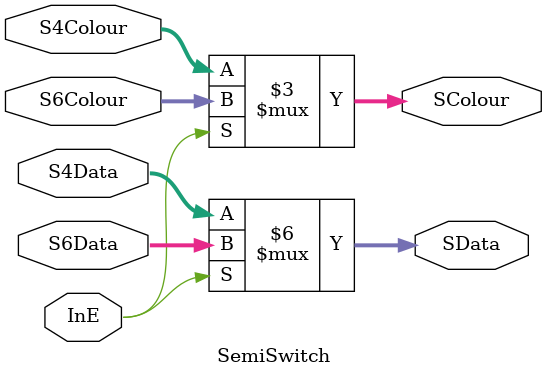
<source format=v>
`timescale 1ns / 1ps
module SemiSwitch(
    input InE,
    input [7:0] S4Data,
    input [3:0] S4Colour,
    input [7:0] S6Data,
    input [3:0] S6Colour,
    output reg [7:0] SData,
    output reg [3:0] SColour
    );

	always @(*) begin
		if (InE) begin
			SData <= S6Data;
			SColour <= S6Colour;
		end else begin
			SData <= S4Data;
			SColour <= S4Colour;
		end
	end

endmodule
</source>
